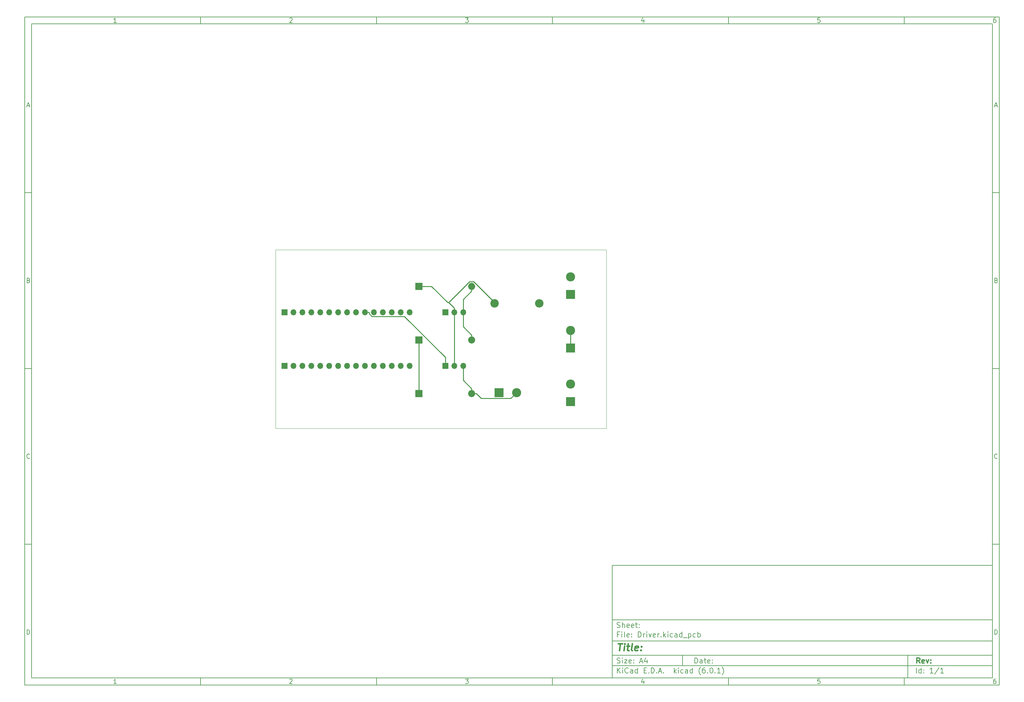
<source format=gbr>
%TF.GenerationSoftware,KiCad,Pcbnew,(6.0.1)*%
%TF.CreationDate,2022-04-25T15:26:44-04:00*%
%TF.ProjectId,Driver,44726976-6572-42e6-9b69-6361645f7063,rev?*%
%TF.SameCoordinates,Original*%
%TF.FileFunction,Copper,L2,Bot*%
%TF.FilePolarity,Positive*%
%FSLAX46Y46*%
G04 Gerber Fmt 4.6, Leading zero omitted, Abs format (unit mm)*
G04 Created by KiCad (PCBNEW (6.0.1)) date 2022-04-25 15:26:44*
%MOMM*%
%LPD*%
G01*
G04 APERTURE LIST*
%ADD10C,0.100000*%
%ADD11C,0.150000*%
%ADD12C,0.300000*%
%ADD13C,0.400000*%
%TA.AperFunction,Profile*%
%ADD14C,0.100000*%
%TD*%
%TA.AperFunction,ComponentPad*%
%ADD15R,2.000000X2.000000*%
%TD*%
%TA.AperFunction,ComponentPad*%
%ADD16O,2.000000X2.000000*%
%TD*%
%TA.AperFunction,ComponentPad*%
%ADD17R,2.600000X2.600000*%
%TD*%
%TA.AperFunction,ComponentPad*%
%ADD18C,2.600000*%
%TD*%
%TA.AperFunction,ComponentPad*%
%ADD19R,1.700000X1.700000*%
%TD*%
%TA.AperFunction,ComponentPad*%
%ADD20O,1.700000X1.700000*%
%TD*%
%TA.AperFunction,ComponentPad*%
%ADD21C,2.400000*%
%TD*%
%TA.AperFunction,ComponentPad*%
%ADD22O,2.400000X2.400000*%
%TD*%
%TA.AperFunction,Conductor*%
%ADD23C,0.250000*%
%TD*%
G04 APERTURE END LIST*
D10*
D11*
X177002200Y-166007200D02*
X177002200Y-198007200D01*
X285002200Y-198007200D01*
X285002200Y-166007200D01*
X177002200Y-166007200D01*
D10*
D11*
X10000000Y-10000000D02*
X10000000Y-200007200D01*
X287002200Y-200007200D01*
X287002200Y-10000000D01*
X10000000Y-10000000D01*
D10*
D11*
X12000000Y-12000000D02*
X12000000Y-198007200D01*
X285002200Y-198007200D01*
X285002200Y-12000000D01*
X12000000Y-12000000D01*
D10*
D11*
X60000000Y-12000000D02*
X60000000Y-10000000D01*
D10*
D11*
X110000000Y-12000000D02*
X110000000Y-10000000D01*
D10*
D11*
X160000000Y-12000000D02*
X160000000Y-10000000D01*
D10*
D11*
X210000000Y-12000000D02*
X210000000Y-10000000D01*
D10*
D11*
X260000000Y-12000000D02*
X260000000Y-10000000D01*
D10*
D11*
X36065476Y-11588095D02*
X35322619Y-11588095D01*
X35694047Y-11588095D02*
X35694047Y-10288095D01*
X35570238Y-10473809D01*
X35446428Y-10597619D01*
X35322619Y-10659523D01*
D10*
D11*
X85322619Y-10411904D02*
X85384523Y-10350000D01*
X85508333Y-10288095D01*
X85817857Y-10288095D01*
X85941666Y-10350000D01*
X86003571Y-10411904D01*
X86065476Y-10535714D01*
X86065476Y-10659523D01*
X86003571Y-10845238D01*
X85260714Y-11588095D01*
X86065476Y-11588095D01*
D10*
D11*
X135260714Y-10288095D02*
X136065476Y-10288095D01*
X135632142Y-10783333D01*
X135817857Y-10783333D01*
X135941666Y-10845238D01*
X136003571Y-10907142D01*
X136065476Y-11030952D01*
X136065476Y-11340476D01*
X136003571Y-11464285D01*
X135941666Y-11526190D01*
X135817857Y-11588095D01*
X135446428Y-11588095D01*
X135322619Y-11526190D01*
X135260714Y-11464285D01*
D10*
D11*
X185941666Y-10721428D02*
X185941666Y-11588095D01*
X185632142Y-10226190D02*
X185322619Y-11154761D01*
X186127380Y-11154761D01*
D10*
D11*
X236003571Y-10288095D02*
X235384523Y-10288095D01*
X235322619Y-10907142D01*
X235384523Y-10845238D01*
X235508333Y-10783333D01*
X235817857Y-10783333D01*
X235941666Y-10845238D01*
X236003571Y-10907142D01*
X236065476Y-11030952D01*
X236065476Y-11340476D01*
X236003571Y-11464285D01*
X235941666Y-11526190D01*
X235817857Y-11588095D01*
X235508333Y-11588095D01*
X235384523Y-11526190D01*
X235322619Y-11464285D01*
D10*
D11*
X285941666Y-10288095D02*
X285694047Y-10288095D01*
X285570238Y-10350000D01*
X285508333Y-10411904D01*
X285384523Y-10597619D01*
X285322619Y-10845238D01*
X285322619Y-11340476D01*
X285384523Y-11464285D01*
X285446428Y-11526190D01*
X285570238Y-11588095D01*
X285817857Y-11588095D01*
X285941666Y-11526190D01*
X286003571Y-11464285D01*
X286065476Y-11340476D01*
X286065476Y-11030952D01*
X286003571Y-10907142D01*
X285941666Y-10845238D01*
X285817857Y-10783333D01*
X285570238Y-10783333D01*
X285446428Y-10845238D01*
X285384523Y-10907142D01*
X285322619Y-11030952D01*
D10*
D11*
X60000000Y-198007200D02*
X60000000Y-200007200D01*
D10*
D11*
X110000000Y-198007200D02*
X110000000Y-200007200D01*
D10*
D11*
X160000000Y-198007200D02*
X160000000Y-200007200D01*
D10*
D11*
X210000000Y-198007200D02*
X210000000Y-200007200D01*
D10*
D11*
X260000000Y-198007200D02*
X260000000Y-200007200D01*
D10*
D11*
X36065476Y-199595295D02*
X35322619Y-199595295D01*
X35694047Y-199595295D02*
X35694047Y-198295295D01*
X35570238Y-198481009D01*
X35446428Y-198604819D01*
X35322619Y-198666723D01*
D10*
D11*
X85322619Y-198419104D02*
X85384523Y-198357200D01*
X85508333Y-198295295D01*
X85817857Y-198295295D01*
X85941666Y-198357200D01*
X86003571Y-198419104D01*
X86065476Y-198542914D01*
X86065476Y-198666723D01*
X86003571Y-198852438D01*
X85260714Y-199595295D01*
X86065476Y-199595295D01*
D10*
D11*
X135260714Y-198295295D02*
X136065476Y-198295295D01*
X135632142Y-198790533D01*
X135817857Y-198790533D01*
X135941666Y-198852438D01*
X136003571Y-198914342D01*
X136065476Y-199038152D01*
X136065476Y-199347676D01*
X136003571Y-199471485D01*
X135941666Y-199533390D01*
X135817857Y-199595295D01*
X135446428Y-199595295D01*
X135322619Y-199533390D01*
X135260714Y-199471485D01*
D10*
D11*
X185941666Y-198728628D02*
X185941666Y-199595295D01*
X185632142Y-198233390D02*
X185322619Y-199161961D01*
X186127380Y-199161961D01*
D10*
D11*
X236003571Y-198295295D02*
X235384523Y-198295295D01*
X235322619Y-198914342D01*
X235384523Y-198852438D01*
X235508333Y-198790533D01*
X235817857Y-198790533D01*
X235941666Y-198852438D01*
X236003571Y-198914342D01*
X236065476Y-199038152D01*
X236065476Y-199347676D01*
X236003571Y-199471485D01*
X235941666Y-199533390D01*
X235817857Y-199595295D01*
X235508333Y-199595295D01*
X235384523Y-199533390D01*
X235322619Y-199471485D01*
D10*
D11*
X285941666Y-198295295D02*
X285694047Y-198295295D01*
X285570238Y-198357200D01*
X285508333Y-198419104D01*
X285384523Y-198604819D01*
X285322619Y-198852438D01*
X285322619Y-199347676D01*
X285384523Y-199471485D01*
X285446428Y-199533390D01*
X285570238Y-199595295D01*
X285817857Y-199595295D01*
X285941666Y-199533390D01*
X286003571Y-199471485D01*
X286065476Y-199347676D01*
X286065476Y-199038152D01*
X286003571Y-198914342D01*
X285941666Y-198852438D01*
X285817857Y-198790533D01*
X285570238Y-198790533D01*
X285446428Y-198852438D01*
X285384523Y-198914342D01*
X285322619Y-199038152D01*
D10*
D11*
X10000000Y-60000000D02*
X12000000Y-60000000D01*
D10*
D11*
X10000000Y-110000000D02*
X12000000Y-110000000D01*
D10*
D11*
X10000000Y-160000000D02*
X12000000Y-160000000D01*
D10*
D11*
X10690476Y-35216666D02*
X11309523Y-35216666D01*
X10566666Y-35588095D02*
X11000000Y-34288095D01*
X11433333Y-35588095D01*
D10*
D11*
X11092857Y-84907142D02*
X11278571Y-84969047D01*
X11340476Y-85030952D01*
X11402380Y-85154761D01*
X11402380Y-85340476D01*
X11340476Y-85464285D01*
X11278571Y-85526190D01*
X11154761Y-85588095D01*
X10659523Y-85588095D01*
X10659523Y-84288095D01*
X11092857Y-84288095D01*
X11216666Y-84350000D01*
X11278571Y-84411904D01*
X11340476Y-84535714D01*
X11340476Y-84659523D01*
X11278571Y-84783333D01*
X11216666Y-84845238D01*
X11092857Y-84907142D01*
X10659523Y-84907142D01*
D10*
D11*
X11402380Y-135464285D02*
X11340476Y-135526190D01*
X11154761Y-135588095D01*
X11030952Y-135588095D01*
X10845238Y-135526190D01*
X10721428Y-135402380D01*
X10659523Y-135278571D01*
X10597619Y-135030952D01*
X10597619Y-134845238D01*
X10659523Y-134597619D01*
X10721428Y-134473809D01*
X10845238Y-134350000D01*
X11030952Y-134288095D01*
X11154761Y-134288095D01*
X11340476Y-134350000D01*
X11402380Y-134411904D01*
D10*
D11*
X10659523Y-185588095D02*
X10659523Y-184288095D01*
X10969047Y-184288095D01*
X11154761Y-184350000D01*
X11278571Y-184473809D01*
X11340476Y-184597619D01*
X11402380Y-184845238D01*
X11402380Y-185030952D01*
X11340476Y-185278571D01*
X11278571Y-185402380D01*
X11154761Y-185526190D01*
X10969047Y-185588095D01*
X10659523Y-185588095D01*
D10*
D11*
X287002200Y-60000000D02*
X285002200Y-60000000D01*
D10*
D11*
X287002200Y-110000000D02*
X285002200Y-110000000D01*
D10*
D11*
X287002200Y-160000000D02*
X285002200Y-160000000D01*
D10*
D11*
X285692676Y-35216666D02*
X286311723Y-35216666D01*
X285568866Y-35588095D02*
X286002200Y-34288095D01*
X286435533Y-35588095D01*
D10*
D11*
X286095057Y-84907142D02*
X286280771Y-84969047D01*
X286342676Y-85030952D01*
X286404580Y-85154761D01*
X286404580Y-85340476D01*
X286342676Y-85464285D01*
X286280771Y-85526190D01*
X286156961Y-85588095D01*
X285661723Y-85588095D01*
X285661723Y-84288095D01*
X286095057Y-84288095D01*
X286218866Y-84350000D01*
X286280771Y-84411904D01*
X286342676Y-84535714D01*
X286342676Y-84659523D01*
X286280771Y-84783333D01*
X286218866Y-84845238D01*
X286095057Y-84907142D01*
X285661723Y-84907142D01*
D10*
D11*
X286404580Y-135464285D02*
X286342676Y-135526190D01*
X286156961Y-135588095D01*
X286033152Y-135588095D01*
X285847438Y-135526190D01*
X285723628Y-135402380D01*
X285661723Y-135278571D01*
X285599819Y-135030952D01*
X285599819Y-134845238D01*
X285661723Y-134597619D01*
X285723628Y-134473809D01*
X285847438Y-134350000D01*
X286033152Y-134288095D01*
X286156961Y-134288095D01*
X286342676Y-134350000D01*
X286404580Y-134411904D01*
D10*
D11*
X285661723Y-185588095D02*
X285661723Y-184288095D01*
X285971247Y-184288095D01*
X286156961Y-184350000D01*
X286280771Y-184473809D01*
X286342676Y-184597619D01*
X286404580Y-184845238D01*
X286404580Y-185030952D01*
X286342676Y-185278571D01*
X286280771Y-185402380D01*
X286156961Y-185526190D01*
X285971247Y-185588095D01*
X285661723Y-185588095D01*
D10*
D11*
X200434342Y-193785771D02*
X200434342Y-192285771D01*
X200791485Y-192285771D01*
X201005771Y-192357200D01*
X201148628Y-192500057D01*
X201220057Y-192642914D01*
X201291485Y-192928628D01*
X201291485Y-193142914D01*
X201220057Y-193428628D01*
X201148628Y-193571485D01*
X201005771Y-193714342D01*
X200791485Y-193785771D01*
X200434342Y-193785771D01*
X202577200Y-193785771D02*
X202577200Y-193000057D01*
X202505771Y-192857200D01*
X202362914Y-192785771D01*
X202077200Y-192785771D01*
X201934342Y-192857200D01*
X202577200Y-193714342D02*
X202434342Y-193785771D01*
X202077200Y-193785771D01*
X201934342Y-193714342D01*
X201862914Y-193571485D01*
X201862914Y-193428628D01*
X201934342Y-193285771D01*
X202077200Y-193214342D01*
X202434342Y-193214342D01*
X202577200Y-193142914D01*
X203077200Y-192785771D02*
X203648628Y-192785771D01*
X203291485Y-192285771D02*
X203291485Y-193571485D01*
X203362914Y-193714342D01*
X203505771Y-193785771D01*
X203648628Y-193785771D01*
X204720057Y-193714342D02*
X204577200Y-193785771D01*
X204291485Y-193785771D01*
X204148628Y-193714342D01*
X204077200Y-193571485D01*
X204077200Y-193000057D01*
X204148628Y-192857200D01*
X204291485Y-192785771D01*
X204577200Y-192785771D01*
X204720057Y-192857200D01*
X204791485Y-193000057D01*
X204791485Y-193142914D01*
X204077200Y-193285771D01*
X205434342Y-193642914D02*
X205505771Y-193714342D01*
X205434342Y-193785771D01*
X205362914Y-193714342D01*
X205434342Y-193642914D01*
X205434342Y-193785771D01*
X205434342Y-192857200D02*
X205505771Y-192928628D01*
X205434342Y-193000057D01*
X205362914Y-192928628D01*
X205434342Y-192857200D01*
X205434342Y-193000057D01*
D10*
D11*
X177002200Y-194507200D02*
X285002200Y-194507200D01*
D10*
D11*
X178434342Y-196585771D02*
X178434342Y-195085771D01*
X179291485Y-196585771D02*
X178648628Y-195728628D01*
X179291485Y-195085771D02*
X178434342Y-195942914D01*
X179934342Y-196585771D02*
X179934342Y-195585771D01*
X179934342Y-195085771D02*
X179862914Y-195157200D01*
X179934342Y-195228628D01*
X180005771Y-195157200D01*
X179934342Y-195085771D01*
X179934342Y-195228628D01*
X181505771Y-196442914D02*
X181434342Y-196514342D01*
X181220057Y-196585771D01*
X181077200Y-196585771D01*
X180862914Y-196514342D01*
X180720057Y-196371485D01*
X180648628Y-196228628D01*
X180577200Y-195942914D01*
X180577200Y-195728628D01*
X180648628Y-195442914D01*
X180720057Y-195300057D01*
X180862914Y-195157200D01*
X181077200Y-195085771D01*
X181220057Y-195085771D01*
X181434342Y-195157200D01*
X181505771Y-195228628D01*
X182791485Y-196585771D02*
X182791485Y-195800057D01*
X182720057Y-195657200D01*
X182577200Y-195585771D01*
X182291485Y-195585771D01*
X182148628Y-195657200D01*
X182791485Y-196514342D02*
X182648628Y-196585771D01*
X182291485Y-196585771D01*
X182148628Y-196514342D01*
X182077200Y-196371485D01*
X182077200Y-196228628D01*
X182148628Y-196085771D01*
X182291485Y-196014342D01*
X182648628Y-196014342D01*
X182791485Y-195942914D01*
X184148628Y-196585771D02*
X184148628Y-195085771D01*
X184148628Y-196514342D02*
X184005771Y-196585771D01*
X183720057Y-196585771D01*
X183577200Y-196514342D01*
X183505771Y-196442914D01*
X183434342Y-196300057D01*
X183434342Y-195871485D01*
X183505771Y-195728628D01*
X183577200Y-195657200D01*
X183720057Y-195585771D01*
X184005771Y-195585771D01*
X184148628Y-195657200D01*
X186005771Y-195800057D02*
X186505771Y-195800057D01*
X186720057Y-196585771D02*
X186005771Y-196585771D01*
X186005771Y-195085771D01*
X186720057Y-195085771D01*
X187362914Y-196442914D02*
X187434342Y-196514342D01*
X187362914Y-196585771D01*
X187291485Y-196514342D01*
X187362914Y-196442914D01*
X187362914Y-196585771D01*
X188077200Y-196585771D02*
X188077200Y-195085771D01*
X188434342Y-195085771D01*
X188648628Y-195157200D01*
X188791485Y-195300057D01*
X188862914Y-195442914D01*
X188934342Y-195728628D01*
X188934342Y-195942914D01*
X188862914Y-196228628D01*
X188791485Y-196371485D01*
X188648628Y-196514342D01*
X188434342Y-196585771D01*
X188077200Y-196585771D01*
X189577200Y-196442914D02*
X189648628Y-196514342D01*
X189577200Y-196585771D01*
X189505771Y-196514342D01*
X189577200Y-196442914D01*
X189577200Y-196585771D01*
X190220057Y-196157200D02*
X190934342Y-196157200D01*
X190077200Y-196585771D02*
X190577200Y-195085771D01*
X191077200Y-196585771D01*
X191577200Y-196442914D02*
X191648628Y-196514342D01*
X191577200Y-196585771D01*
X191505771Y-196514342D01*
X191577200Y-196442914D01*
X191577200Y-196585771D01*
X194577200Y-196585771D02*
X194577200Y-195085771D01*
X194720057Y-196014342D02*
X195148628Y-196585771D01*
X195148628Y-195585771D02*
X194577200Y-196157200D01*
X195791485Y-196585771D02*
X195791485Y-195585771D01*
X195791485Y-195085771D02*
X195720057Y-195157200D01*
X195791485Y-195228628D01*
X195862914Y-195157200D01*
X195791485Y-195085771D01*
X195791485Y-195228628D01*
X197148628Y-196514342D02*
X197005771Y-196585771D01*
X196720057Y-196585771D01*
X196577200Y-196514342D01*
X196505771Y-196442914D01*
X196434342Y-196300057D01*
X196434342Y-195871485D01*
X196505771Y-195728628D01*
X196577200Y-195657200D01*
X196720057Y-195585771D01*
X197005771Y-195585771D01*
X197148628Y-195657200D01*
X198434342Y-196585771D02*
X198434342Y-195800057D01*
X198362914Y-195657200D01*
X198220057Y-195585771D01*
X197934342Y-195585771D01*
X197791485Y-195657200D01*
X198434342Y-196514342D02*
X198291485Y-196585771D01*
X197934342Y-196585771D01*
X197791485Y-196514342D01*
X197720057Y-196371485D01*
X197720057Y-196228628D01*
X197791485Y-196085771D01*
X197934342Y-196014342D01*
X198291485Y-196014342D01*
X198434342Y-195942914D01*
X199791485Y-196585771D02*
X199791485Y-195085771D01*
X199791485Y-196514342D02*
X199648628Y-196585771D01*
X199362914Y-196585771D01*
X199220057Y-196514342D01*
X199148628Y-196442914D01*
X199077200Y-196300057D01*
X199077200Y-195871485D01*
X199148628Y-195728628D01*
X199220057Y-195657200D01*
X199362914Y-195585771D01*
X199648628Y-195585771D01*
X199791485Y-195657200D01*
X202077200Y-197157200D02*
X202005771Y-197085771D01*
X201862914Y-196871485D01*
X201791485Y-196728628D01*
X201720057Y-196514342D01*
X201648628Y-196157200D01*
X201648628Y-195871485D01*
X201720057Y-195514342D01*
X201791485Y-195300057D01*
X201862914Y-195157200D01*
X202005771Y-194942914D01*
X202077200Y-194871485D01*
X203291485Y-195085771D02*
X203005771Y-195085771D01*
X202862914Y-195157200D01*
X202791485Y-195228628D01*
X202648628Y-195442914D01*
X202577200Y-195728628D01*
X202577200Y-196300057D01*
X202648628Y-196442914D01*
X202720057Y-196514342D01*
X202862914Y-196585771D01*
X203148628Y-196585771D01*
X203291485Y-196514342D01*
X203362914Y-196442914D01*
X203434342Y-196300057D01*
X203434342Y-195942914D01*
X203362914Y-195800057D01*
X203291485Y-195728628D01*
X203148628Y-195657200D01*
X202862914Y-195657200D01*
X202720057Y-195728628D01*
X202648628Y-195800057D01*
X202577200Y-195942914D01*
X204077200Y-196442914D02*
X204148628Y-196514342D01*
X204077200Y-196585771D01*
X204005771Y-196514342D01*
X204077200Y-196442914D01*
X204077200Y-196585771D01*
X205077200Y-195085771D02*
X205220057Y-195085771D01*
X205362914Y-195157200D01*
X205434342Y-195228628D01*
X205505771Y-195371485D01*
X205577200Y-195657200D01*
X205577200Y-196014342D01*
X205505771Y-196300057D01*
X205434342Y-196442914D01*
X205362914Y-196514342D01*
X205220057Y-196585771D01*
X205077200Y-196585771D01*
X204934342Y-196514342D01*
X204862914Y-196442914D01*
X204791485Y-196300057D01*
X204720057Y-196014342D01*
X204720057Y-195657200D01*
X204791485Y-195371485D01*
X204862914Y-195228628D01*
X204934342Y-195157200D01*
X205077200Y-195085771D01*
X206220057Y-196442914D02*
X206291485Y-196514342D01*
X206220057Y-196585771D01*
X206148628Y-196514342D01*
X206220057Y-196442914D01*
X206220057Y-196585771D01*
X207720057Y-196585771D02*
X206862914Y-196585771D01*
X207291485Y-196585771D02*
X207291485Y-195085771D01*
X207148628Y-195300057D01*
X207005771Y-195442914D01*
X206862914Y-195514342D01*
X208220057Y-197157200D02*
X208291485Y-197085771D01*
X208434342Y-196871485D01*
X208505771Y-196728628D01*
X208577200Y-196514342D01*
X208648628Y-196157200D01*
X208648628Y-195871485D01*
X208577200Y-195514342D01*
X208505771Y-195300057D01*
X208434342Y-195157200D01*
X208291485Y-194942914D01*
X208220057Y-194871485D01*
D10*
D11*
X177002200Y-191507200D02*
X285002200Y-191507200D01*
D10*
D12*
X264411485Y-193785771D02*
X263911485Y-193071485D01*
X263554342Y-193785771D02*
X263554342Y-192285771D01*
X264125771Y-192285771D01*
X264268628Y-192357200D01*
X264340057Y-192428628D01*
X264411485Y-192571485D01*
X264411485Y-192785771D01*
X264340057Y-192928628D01*
X264268628Y-193000057D01*
X264125771Y-193071485D01*
X263554342Y-193071485D01*
X265625771Y-193714342D02*
X265482914Y-193785771D01*
X265197200Y-193785771D01*
X265054342Y-193714342D01*
X264982914Y-193571485D01*
X264982914Y-193000057D01*
X265054342Y-192857200D01*
X265197200Y-192785771D01*
X265482914Y-192785771D01*
X265625771Y-192857200D01*
X265697200Y-193000057D01*
X265697200Y-193142914D01*
X264982914Y-193285771D01*
X266197200Y-192785771D02*
X266554342Y-193785771D01*
X266911485Y-192785771D01*
X267482914Y-193642914D02*
X267554342Y-193714342D01*
X267482914Y-193785771D01*
X267411485Y-193714342D01*
X267482914Y-193642914D01*
X267482914Y-193785771D01*
X267482914Y-192857200D02*
X267554342Y-192928628D01*
X267482914Y-193000057D01*
X267411485Y-192928628D01*
X267482914Y-192857200D01*
X267482914Y-193000057D01*
D10*
D11*
X178362914Y-193714342D02*
X178577200Y-193785771D01*
X178934342Y-193785771D01*
X179077200Y-193714342D01*
X179148628Y-193642914D01*
X179220057Y-193500057D01*
X179220057Y-193357200D01*
X179148628Y-193214342D01*
X179077200Y-193142914D01*
X178934342Y-193071485D01*
X178648628Y-193000057D01*
X178505771Y-192928628D01*
X178434342Y-192857200D01*
X178362914Y-192714342D01*
X178362914Y-192571485D01*
X178434342Y-192428628D01*
X178505771Y-192357200D01*
X178648628Y-192285771D01*
X179005771Y-192285771D01*
X179220057Y-192357200D01*
X179862914Y-193785771D02*
X179862914Y-192785771D01*
X179862914Y-192285771D02*
X179791485Y-192357200D01*
X179862914Y-192428628D01*
X179934342Y-192357200D01*
X179862914Y-192285771D01*
X179862914Y-192428628D01*
X180434342Y-192785771D02*
X181220057Y-192785771D01*
X180434342Y-193785771D01*
X181220057Y-193785771D01*
X182362914Y-193714342D02*
X182220057Y-193785771D01*
X181934342Y-193785771D01*
X181791485Y-193714342D01*
X181720057Y-193571485D01*
X181720057Y-193000057D01*
X181791485Y-192857200D01*
X181934342Y-192785771D01*
X182220057Y-192785771D01*
X182362914Y-192857200D01*
X182434342Y-193000057D01*
X182434342Y-193142914D01*
X181720057Y-193285771D01*
X183077200Y-193642914D02*
X183148628Y-193714342D01*
X183077200Y-193785771D01*
X183005771Y-193714342D01*
X183077200Y-193642914D01*
X183077200Y-193785771D01*
X183077200Y-192857200D02*
X183148628Y-192928628D01*
X183077200Y-193000057D01*
X183005771Y-192928628D01*
X183077200Y-192857200D01*
X183077200Y-193000057D01*
X184862914Y-193357200D02*
X185577200Y-193357200D01*
X184720057Y-193785771D02*
X185220057Y-192285771D01*
X185720057Y-193785771D01*
X186862914Y-192785771D02*
X186862914Y-193785771D01*
X186505771Y-192214342D02*
X186148628Y-193285771D01*
X187077200Y-193285771D01*
D10*
D11*
X263434342Y-196585771D02*
X263434342Y-195085771D01*
X264791485Y-196585771D02*
X264791485Y-195085771D01*
X264791485Y-196514342D02*
X264648628Y-196585771D01*
X264362914Y-196585771D01*
X264220057Y-196514342D01*
X264148628Y-196442914D01*
X264077200Y-196300057D01*
X264077200Y-195871485D01*
X264148628Y-195728628D01*
X264220057Y-195657200D01*
X264362914Y-195585771D01*
X264648628Y-195585771D01*
X264791485Y-195657200D01*
X265505771Y-196442914D02*
X265577200Y-196514342D01*
X265505771Y-196585771D01*
X265434342Y-196514342D01*
X265505771Y-196442914D01*
X265505771Y-196585771D01*
X265505771Y-195657200D02*
X265577200Y-195728628D01*
X265505771Y-195800057D01*
X265434342Y-195728628D01*
X265505771Y-195657200D01*
X265505771Y-195800057D01*
X268148628Y-196585771D02*
X267291485Y-196585771D01*
X267720057Y-196585771D02*
X267720057Y-195085771D01*
X267577200Y-195300057D01*
X267434342Y-195442914D01*
X267291485Y-195514342D01*
X269862914Y-195014342D02*
X268577200Y-196942914D01*
X271148628Y-196585771D02*
X270291485Y-196585771D01*
X270720057Y-196585771D02*
X270720057Y-195085771D01*
X270577200Y-195300057D01*
X270434342Y-195442914D01*
X270291485Y-195514342D01*
D10*
D11*
X177002200Y-187507200D02*
X285002200Y-187507200D01*
D10*
D13*
X178714580Y-188211961D02*
X179857438Y-188211961D01*
X179036009Y-190211961D02*
X179286009Y-188211961D01*
X180274104Y-190211961D02*
X180440771Y-188878628D01*
X180524104Y-188211961D02*
X180416961Y-188307200D01*
X180500295Y-188402438D01*
X180607438Y-188307200D01*
X180524104Y-188211961D01*
X180500295Y-188402438D01*
X181107438Y-188878628D02*
X181869342Y-188878628D01*
X181476485Y-188211961D02*
X181262200Y-189926247D01*
X181333628Y-190116723D01*
X181512200Y-190211961D01*
X181702676Y-190211961D01*
X182655057Y-190211961D02*
X182476485Y-190116723D01*
X182405057Y-189926247D01*
X182619342Y-188211961D01*
X184190771Y-190116723D02*
X183988390Y-190211961D01*
X183607438Y-190211961D01*
X183428866Y-190116723D01*
X183357438Y-189926247D01*
X183452676Y-189164342D01*
X183571723Y-188973866D01*
X183774104Y-188878628D01*
X184155057Y-188878628D01*
X184333628Y-188973866D01*
X184405057Y-189164342D01*
X184381247Y-189354819D01*
X183405057Y-189545295D01*
X185155057Y-190021485D02*
X185238390Y-190116723D01*
X185131247Y-190211961D01*
X185047914Y-190116723D01*
X185155057Y-190021485D01*
X185131247Y-190211961D01*
X185286009Y-188973866D02*
X185369342Y-189069104D01*
X185262200Y-189164342D01*
X185178866Y-189069104D01*
X185286009Y-188973866D01*
X185262200Y-189164342D01*
D10*
D11*
X178934342Y-185600057D02*
X178434342Y-185600057D01*
X178434342Y-186385771D02*
X178434342Y-184885771D01*
X179148628Y-184885771D01*
X179720057Y-186385771D02*
X179720057Y-185385771D01*
X179720057Y-184885771D02*
X179648628Y-184957200D01*
X179720057Y-185028628D01*
X179791485Y-184957200D01*
X179720057Y-184885771D01*
X179720057Y-185028628D01*
X180648628Y-186385771D02*
X180505771Y-186314342D01*
X180434342Y-186171485D01*
X180434342Y-184885771D01*
X181791485Y-186314342D02*
X181648628Y-186385771D01*
X181362914Y-186385771D01*
X181220057Y-186314342D01*
X181148628Y-186171485D01*
X181148628Y-185600057D01*
X181220057Y-185457200D01*
X181362914Y-185385771D01*
X181648628Y-185385771D01*
X181791485Y-185457200D01*
X181862914Y-185600057D01*
X181862914Y-185742914D01*
X181148628Y-185885771D01*
X182505771Y-186242914D02*
X182577200Y-186314342D01*
X182505771Y-186385771D01*
X182434342Y-186314342D01*
X182505771Y-186242914D01*
X182505771Y-186385771D01*
X182505771Y-185457200D02*
X182577200Y-185528628D01*
X182505771Y-185600057D01*
X182434342Y-185528628D01*
X182505771Y-185457200D01*
X182505771Y-185600057D01*
X184362914Y-186385771D02*
X184362914Y-184885771D01*
X184720057Y-184885771D01*
X184934342Y-184957200D01*
X185077200Y-185100057D01*
X185148628Y-185242914D01*
X185220057Y-185528628D01*
X185220057Y-185742914D01*
X185148628Y-186028628D01*
X185077200Y-186171485D01*
X184934342Y-186314342D01*
X184720057Y-186385771D01*
X184362914Y-186385771D01*
X185862914Y-186385771D02*
X185862914Y-185385771D01*
X185862914Y-185671485D02*
X185934342Y-185528628D01*
X186005771Y-185457200D01*
X186148628Y-185385771D01*
X186291485Y-185385771D01*
X186791485Y-186385771D02*
X186791485Y-185385771D01*
X186791485Y-184885771D02*
X186720057Y-184957200D01*
X186791485Y-185028628D01*
X186862914Y-184957200D01*
X186791485Y-184885771D01*
X186791485Y-185028628D01*
X187362914Y-185385771D02*
X187720057Y-186385771D01*
X188077200Y-185385771D01*
X189220057Y-186314342D02*
X189077200Y-186385771D01*
X188791485Y-186385771D01*
X188648628Y-186314342D01*
X188577200Y-186171485D01*
X188577200Y-185600057D01*
X188648628Y-185457200D01*
X188791485Y-185385771D01*
X189077200Y-185385771D01*
X189220057Y-185457200D01*
X189291485Y-185600057D01*
X189291485Y-185742914D01*
X188577200Y-185885771D01*
X189934342Y-186385771D02*
X189934342Y-185385771D01*
X189934342Y-185671485D02*
X190005771Y-185528628D01*
X190077200Y-185457200D01*
X190220057Y-185385771D01*
X190362914Y-185385771D01*
X190862914Y-186242914D02*
X190934342Y-186314342D01*
X190862914Y-186385771D01*
X190791485Y-186314342D01*
X190862914Y-186242914D01*
X190862914Y-186385771D01*
X191577200Y-186385771D02*
X191577200Y-184885771D01*
X191720057Y-185814342D02*
X192148628Y-186385771D01*
X192148628Y-185385771D02*
X191577200Y-185957200D01*
X192791485Y-186385771D02*
X192791485Y-185385771D01*
X192791485Y-184885771D02*
X192720057Y-184957200D01*
X192791485Y-185028628D01*
X192862914Y-184957200D01*
X192791485Y-184885771D01*
X192791485Y-185028628D01*
X194148628Y-186314342D02*
X194005771Y-186385771D01*
X193720057Y-186385771D01*
X193577200Y-186314342D01*
X193505771Y-186242914D01*
X193434342Y-186100057D01*
X193434342Y-185671485D01*
X193505771Y-185528628D01*
X193577200Y-185457200D01*
X193720057Y-185385771D01*
X194005771Y-185385771D01*
X194148628Y-185457200D01*
X195434342Y-186385771D02*
X195434342Y-185600057D01*
X195362914Y-185457200D01*
X195220057Y-185385771D01*
X194934342Y-185385771D01*
X194791485Y-185457200D01*
X195434342Y-186314342D02*
X195291485Y-186385771D01*
X194934342Y-186385771D01*
X194791485Y-186314342D01*
X194720057Y-186171485D01*
X194720057Y-186028628D01*
X194791485Y-185885771D01*
X194934342Y-185814342D01*
X195291485Y-185814342D01*
X195434342Y-185742914D01*
X196791485Y-186385771D02*
X196791485Y-184885771D01*
X196791485Y-186314342D02*
X196648628Y-186385771D01*
X196362914Y-186385771D01*
X196220057Y-186314342D01*
X196148628Y-186242914D01*
X196077200Y-186100057D01*
X196077200Y-185671485D01*
X196148628Y-185528628D01*
X196220057Y-185457200D01*
X196362914Y-185385771D01*
X196648628Y-185385771D01*
X196791485Y-185457200D01*
X197148628Y-186528628D02*
X198291485Y-186528628D01*
X198648628Y-185385771D02*
X198648628Y-186885771D01*
X198648628Y-185457200D02*
X198791485Y-185385771D01*
X199077200Y-185385771D01*
X199220057Y-185457200D01*
X199291485Y-185528628D01*
X199362914Y-185671485D01*
X199362914Y-186100057D01*
X199291485Y-186242914D01*
X199220057Y-186314342D01*
X199077200Y-186385771D01*
X198791485Y-186385771D01*
X198648628Y-186314342D01*
X200648628Y-186314342D02*
X200505771Y-186385771D01*
X200220057Y-186385771D01*
X200077200Y-186314342D01*
X200005771Y-186242914D01*
X199934342Y-186100057D01*
X199934342Y-185671485D01*
X200005771Y-185528628D01*
X200077200Y-185457200D01*
X200220057Y-185385771D01*
X200505771Y-185385771D01*
X200648628Y-185457200D01*
X201291485Y-186385771D02*
X201291485Y-184885771D01*
X201291485Y-185457200D02*
X201434342Y-185385771D01*
X201720057Y-185385771D01*
X201862914Y-185457200D01*
X201934342Y-185528628D01*
X202005771Y-185671485D01*
X202005771Y-186100057D01*
X201934342Y-186242914D01*
X201862914Y-186314342D01*
X201720057Y-186385771D01*
X201434342Y-186385771D01*
X201291485Y-186314342D01*
D10*
D11*
X177002200Y-181507200D02*
X285002200Y-181507200D01*
D10*
D11*
X178362914Y-183614342D02*
X178577200Y-183685771D01*
X178934342Y-183685771D01*
X179077200Y-183614342D01*
X179148628Y-183542914D01*
X179220057Y-183400057D01*
X179220057Y-183257200D01*
X179148628Y-183114342D01*
X179077200Y-183042914D01*
X178934342Y-182971485D01*
X178648628Y-182900057D01*
X178505771Y-182828628D01*
X178434342Y-182757200D01*
X178362914Y-182614342D01*
X178362914Y-182471485D01*
X178434342Y-182328628D01*
X178505771Y-182257200D01*
X178648628Y-182185771D01*
X179005771Y-182185771D01*
X179220057Y-182257200D01*
X179862914Y-183685771D02*
X179862914Y-182185771D01*
X180505771Y-183685771D02*
X180505771Y-182900057D01*
X180434342Y-182757200D01*
X180291485Y-182685771D01*
X180077200Y-182685771D01*
X179934342Y-182757200D01*
X179862914Y-182828628D01*
X181791485Y-183614342D02*
X181648628Y-183685771D01*
X181362914Y-183685771D01*
X181220057Y-183614342D01*
X181148628Y-183471485D01*
X181148628Y-182900057D01*
X181220057Y-182757200D01*
X181362914Y-182685771D01*
X181648628Y-182685771D01*
X181791485Y-182757200D01*
X181862914Y-182900057D01*
X181862914Y-183042914D01*
X181148628Y-183185771D01*
X183077200Y-183614342D02*
X182934342Y-183685771D01*
X182648628Y-183685771D01*
X182505771Y-183614342D01*
X182434342Y-183471485D01*
X182434342Y-182900057D01*
X182505771Y-182757200D01*
X182648628Y-182685771D01*
X182934342Y-182685771D01*
X183077200Y-182757200D01*
X183148628Y-182900057D01*
X183148628Y-183042914D01*
X182434342Y-183185771D01*
X183577200Y-182685771D02*
X184148628Y-182685771D01*
X183791485Y-182185771D02*
X183791485Y-183471485D01*
X183862914Y-183614342D01*
X184005771Y-183685771D01*
X184148628Y-183685771D01*
X184648628Y-183542914D02*
X184720057Y-183614342D01*
X184648628Y-183685771D01*
X184577200Y-183614342D01*
X184648628Y-183542914D01*
X184648628Y-183685771D01*
X184648628Y-182757200D02*
X184720057Y-182828628D01*
X184648628Y-182900057D01*
X184577200Y-182828628D01*
X184648628Y-182757200D01*
X184648628Y-182900057D01*
D10*
D12*
D10*
D11*
D10*
D11*
D10*
D11*
D10*
D11*
D10*
D11*
X197002200Y-191507200D02*
X197002200Y-194507200D01*
D10*
D11*
X261002200Y-191507200D02*
X261002200Y-198007200D01*
D14*
X175260000Y-76200000D02*
X81280000Y-76200000D01*
X81280000Y-76200000D02*
X81280000Y-127000000D01*
X81280000Y-127000000D02*
X175260000Y-127000000D01*
X175260000Y-127000000D02*
X175260000Y-76200000D01*
D15*
%TO.P,C2,1*%
%TO.N,/5V*%
X122040000Y-86602500D03*
D16*
%TO.P,C2,2*%
%TO.N,GND*%
X137040000Y-86602500D03*
%TD*%
D17*
%TO.P,VmotorIN1,1,Pin_1*%
%TO.N,Net-(C1-Pad1)*%
X144780000Y-116840000D03*
D18*
%TO.P,VmotorIN1,2,Pin_2*%
%TO.N,GND*%
X149780000Y-116840000D03*
%TD*%
D17*
%TO.P,MotorA1,1,Pin_1*%
%TO.N,Net-(MotorA1-Pad1)*%
X165100000Y-119380000D03*
D18*
%TO.P,MotorA1,2,Pin_2*%
%TO.N,Net-(MotorA1-Pad2)*%
X165100000Y-114380000D03*
%TD*%
D15*
%TO.P,C3,1*%
%TO.N,Net-(C1-Pad1)*%
X122040000Y-101842500D03*
D16*
%TO.P,C3,2*%
%TO.N,GND*%
X137040000Y-101842500D03*
%TD*%
D15*
%TO.P,C1,1*%
%TO.N,Net-(C1-Pad1)*%
X122040000Y-117082500D03*
D16*
%TO.P,C1,2*%
%TO.N,GND*%
X137040000Y-117082500D03*
%TD*%
D19*
%TO.P,Servo2,1,Pin_1*%
%TO.N,Net-(JP2-Pad11)*%
X129540000Y-93980000D03*
D20*
%TO.P,Servo2,2,Pin_2*%
%TO.N,/5V*%
X132080000Y-93980000D03*
%TO.P,Servo2,3,Pin_3*%
%TO.N,GND*%
X134620000Y-93980000D03*
%TD*%
D17*
%TO.P,MotorB1,1,Pin_1*%
%TO.N,Net-(MotorB1-Pad1)*%
X165100000Y-88900000D03*
D18*
%TO.P,MotorB1,2,Pin_2*%
%TO.N,Net-(MotorB1-Pad2)*%
X165100000Y-83900000D03*
%TD*%
D19*
%TO.P,JP1,1,Pin_1*%
%TO.N,unconnected-(JP1-Pad1)*%
X83820000Y-109220000D03*
D20*
%TO.P,JP1,2,Pin_2*%
%TO.N,unconnected-(JP1-Pad2)*%
X86360000Y-109220000D03*
%TO.P,JP1,3,Pin_3*%
%TO.N,unconnected-(JP1-Pad3)*%
X88900000Y-109220000D03*
%TO.P,JP1,4,Pin_4*%
%TO.N,unconnected-(JP1-Pad4)*%
X91440000Y-109220000D03*
%TO.P,JP1,5,Pin_5*%
%TO.N,unconnected-(JP1-Pad5)*%
X93980000Y-109220000D03*
%TO.P,JP1,6,Pin_6*%
%TO.N,unconnected-(JP1-Pad6)*%
X96520000Y-109220000D03*
%TO.P,JP1,7,Pin_7*%
%TO.N,unconnected-(JP1-Pad7)*%
X99060000Y-109220000D03*
%TO.P,JP1,8,Pin_8*%
%TO.N,unconnected-(JP1-Pad8)*%
X101600000Y-109220000D03*
%TO.P,JP1,9,Pin_9*%
%TO.N,unconnected-(JP1-Pad9)*%
X104140000Y-109220000D03*
%TO.P,JP1,10,Pin_10*%
%TO.N,unconnected-(JP1-Pad10)*%
X106680000Y-109220000D03*
%TO.P,JP1,11,Pin_11*%
%TO.N,unconnected-(JP1-Pad11)*%
X109220000Y-109220000D03*
%TO.P,JP1,12,Pin_12*%
%TO.N,/5V*%
X111760000Y-109220000D03*
%TO.P,JP1,13,Pin_13*%
%TO.N,unconnected-(JP1-Pad13)*%
X114300000Y-109220000D03*
%TO.P,JP1,14,Pin_14*%
%TO.N,GND*%
X116840000Y-109220000D03*
%TO.P,JP1,15,Pin_15*%
%TO.N,unconnected-(JP1-Pad15)*%
X119380000Y-109220000D03*
%TD*%
D19*
%TO.P,JP2,1,Pin_1*%
%TO.N,unconnected-(JP2-Pad1)*%
X83820000Y-93980000D03*
D20*
%TO.P,JP2,2,Pin_2*%
%TO.N,unconnected-(JP2-Pad2)*%
X86360000Y-93980000D03*
%TO.P,JP2,3,Pin_3*%
%TO.N,unconnected-(JP2-Pad3)*%
X88900000Y-93980000D03*
%TO.P,JP2,4,Pin_4*%
%TO.N,unconnected-(JP2-Pad4)*%
X91440000Y-93980000D03*
%TO.P,JP2,5,Pin_5*%
%TO.N,unconnected-(JP2-Pad5)*%
X93980000Y-93980000D03*
%TO.P,JP2,6,Pin_6*%
%TO.N,Net-(JP2-Pad6)*%
X96520000Y-93980000D03*
%TO.P,JP2,7,Pin_7*%
%TO.N,Net-(JP2-Pad7)*%
X99060000Y-93980000D03*
%TO.P,JP2,8,Pin_8*%
%TO.N,Net-(JP2-Pad8)*%
X101600000Y-93980000D03*
%TO.P,JP2,9,Pin_9*%
%TO.N,Net-(JP2-Pad9)*%
X104140000Y-93980000D03*
%TO.P,JP2,10,Pin_10*%
%TO.N,Net-(JP2-Pad10)*%
X106680000Y-93980000D03*
%TO.P,JP2,11,Pin_11*%
%TO.N,Net-(JP2-Pad11)*%
X109220000Y-93980000D03*
%TO.P,JP2,12,Pin_12*%
%TO.N,unconnected-(JP2-Pad12)*%
X111760000Y-93980000D03*
%TO.P,JP2,13,Pin_13*%
%TO.N,unconnected-(JP2-Pad13)*%
X114300000Y-93980000D03*
%TO.P,JP2,14,Pin_14*%
%TO.N,unconnected-(JP2-Pad14)*%
X116840000Y-93980000D03*
%TO.P,JP2,15,Pin_15*%
%TO.N,unconnected-(JP2-Pad15)*%
X119380000Y-93980000D03*
%TD*%
D17*
%TO.P,GND1,1,Pin_1*%
%TO.N,GND*%
X165100000Y-104140000D03*
D18*
%TO.P,GND1,2,Pin_2*%
X165100000Y-99140000D03*
%TD*%
D19*
%TO.P,Servo1,1,Pin_1*%
%TO.N,Net-(JP2-Pad10)*%
X129540000Y-109220000D03*
D20*
%TO.P,Servo1,2,Pin_2*%
%TO.N,/5V*%
X132080000Y-109220000D03*
%TO.P,Servo1,3,Pin_3*%
%TO.N,GND*%
X134620000Y-109220000D03*
%TD*%
D21*
%TO.P,R1,1*%
%TO.N,/5V*%
X143510000Y-91440000D03*
D22*
%TO.P,R1,2*%
%TO.N,Net-(R1-Pad2)*%
X156210000Y-91440000D03*
%TD*%
D23*
%TO.N,/5V*%
X122040000Y-86602500D02*
X123365300Y-86602500D01*
X130505400Y-91230200D02*
X130240600Y-91230200D01*
X132080000Y-93980000D02*
X132080000Y-92804700D01*
X136469000Y-85266600D02*
X130505500Y-91230100D01*
X125612900Y-86602500D02*
X123365300Y-86602500D01*
X137579000Y-85266600D02*
X136469000Y-85266600D01*
X130505500Y-91230100D02*
X130505400Y-91230200D01*
X130240600Y-91230200D02*
X125612900Y-86602500D01*
X143510000Y-91440000D02*
X143510000Y-91197600D01*
X132080000Y-109220000D02*
X132080000Y-93980000D01*
X143510000Y-91197600D02*
X137579000Y-85266600D01*
X132080000Y-92804700D02*
X130505500Y-91230100D01*
%TO.N,GND*%
X134620000Y-90347800D02*
X137040000Y-87927800D01*
X137040000Y-101842500D02*
X137040000Y-100517200D01*
X148154600Y-118465400D02*
X139748200Y-118465400D01*
X134620000Y-113337200D02*
X137040000Y-115757200D01*
X134620000Y-98097200D02*
X134620000Y-93980000D01*
X137040000Y-86602500D02*
X137040000Y-87927800D01*
X165100000Y-99140000D02*
X165100000Y-104140000D01*
X149780000Y-116840000D02*
X148154600Y-118465400D01*
X134620000Y-109220000D02*
X134620000Y-113337200D01*
X139748200Y-118465400D02*
X138365300Y-117082500D01*
X137040000Y-117082500D02*
X138365300Y-117082500D01*
X137040000Y-100517200D02*
X134620000Y-98097200D01*
X137040000Y-117082500D02*
X137040000Y-115757200D01*
X134620000Y-93980000D02*
X134620000Y-90347800D01*
%TO.N,Net-(JP2-Pad10)*%
X129540000Y-106831000D02*
X117864300Y-95155300D01*
X129540000Y-109220000D02*
X129540000Y-106831000D01*
X108663200Y-95155300D02*
X107855300Y-94347400D01*
X107855300Y-94347400D02*
X107855300Y-93980000D01*
X106680000Y-93980000D02*
X107855300Y-93980000D01*
X117864300Y-95155300D02*
X108663200Y-95155300D01*
%TO.N,Net-(C1-Pad1)*%
X122040000Y-117082500D02*
X122040000Y-101842500D01*
%TD*%
M02*

</source>
